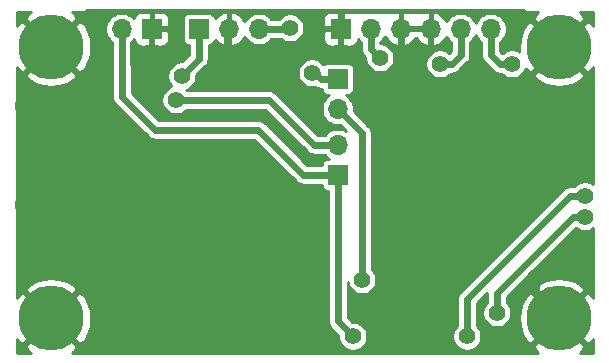
<source format=gbr>
G04 #@! TF.GenerationSoftware,KiCad,Pcbnew,(5.1.5)-2*
G04 #@! TF.CreationDate,2020-10-14T11:31:30+02:00*
G04 #@! TF.ProjectId,XLR_Driver,584c525f-4472-4697-9665-722e6b696361,rev?*
G04 #@! TF.SameCoordinates,Original*
G04 #@! TF.FileFunction,Copper,L2,Bot*
G04 #@! TF.FilePolarity,Positive*
%FSLAX46Y46*%
G04 Gerber Fmt 4.6, Leading zero omitted, Abs format (unit mm)*
G04 Created by KiCad (PCBNEW (5.1.5)-2) date 2020-10-14 11:31:30*
%MOMM*%
%LPD*%
G04 APERTURE LIST*
%ADD10R,1.700000X1.700000*%
%ADD11O,1.700000X1.700000*%
%ADD12C,5.500000*%
%ADD13C,1.400000*%
%ADD14C,0.600000*%
%ADD15C,0.400000*%
%ADD16C,0.250000*%
G04 APERTURE END LIST*
D10*
X127762000Y-54356000D03*
D11*
X127762000Y-51816000D03*
X127762000Y-48768000D03*
D10*
X127762000Y-46228000D03*
X116000000Y-42000000D03*
D11*
X118540000Y-42000000D03*
X121080000Y-42000000D03*
D10*
X128000000Y-42000000D03*
D11*
X130540000Y-42000000D03*
X133080000Y-42000000D03*
X135620000Y-42000000D03*
X138160000Y-42000000D03*
X140700000Y-42000000D03*
D10*
X112000000Y-42000000D03*
D11*
X109460000Y-42000000D03*
D12*
X103500000Y-43500000D03*
X103500000Y-66500000D03*
X146500000Y-43500000D03*
X146500000Y-66500000D03*
D13*
X114046000Y-48006000D03*
X113284000Y-53848000D03*
X101092000Y-48514000D03*
X107696000Y-68072000D03*
X118364000Y-45720000D03*
X139446000Y-45212000D03*
X131318000Y-54356000D03*
X147574000Y-50546000D03*
X144526000Y-62992000D03*
X137160000Y-63246000D03*
X101092000Y-56896000D03*
X118618000Y-62203949D03*
X125600000Y-45720000D03*
X148700000Y-56108600D03*
X138684000Y-68024980D03*
X129032000Y-68024980D03*
X148700000Y-57886600D03*
X129794000Y-63246000D03*
X141224000Y-66040004D03*
X142494000Y-44958000D03*
X136398000Y-44958000D03*
X114554000Y-45974000D03*
X123698000Y-41910000D03*
X131318000Y-44450000D03*
D14*
X125730000Y-51816000D02*
X127762000Y-51816000D01*
X114046000Y-48006000D02*
X121920000Y-48006000D01*
X121920000Y-48006000D02*
X125730000Y-51816000D01*
D15*
X143475010Y-40475010D02*
X146500000Y-43500000D01*
X103500000Y-43500000D02*
X106524990Y-40475010D01*
X112000000Y-40489010D02*
X112014000Y-40475010D01*
X112000000Y-42000000D02*
X112000000Y-40489010D01*
X106524990Y-40475010D02*
X112014000Y-40475010D01*
X112014000Y-40475010D02*
X118618000Y-40475010D01*
X135620000Y-40491010D02*
X135636000Y-40475010D01*
X135620000Y-42000000D02*
X135620000Y-40491010D01*
X135636000Y-40475010D02*
X143475010Y-40475010D01*
X133080000Y-40491010D02*
X133096000Y-40475010D01*
X133080000Y-42000000D02*
X133080000Y-40491010D01*
X118618000Y-40475010D02*
X133096000Y-40475010D01*
X133096000Y-40475010D02*
X135636000Y-40475010D01*
X118540000Y-40475010D02*
X118618000Y-40475010D01*
X118540000Y-42000000D02*
X118540000Y-40475010D01*
X103500000Y-66500000D02*
X106249999Y-69249999D01*
D14*
X107696000Y-68072000D02*
X107696000Y-69249999D01*
D15*
X106249999Y-69249999D02*
X107696000Y-69249999D01*
D14*
X118364000Y-42176000D02*
X118540000Y-42000000D01*
X118364000Y-45720000D02*
X118364000Y-42176000D01*
X128000000Y-42000000D02*
X128000000Y-40575010D01*
X133080000Y-52594000D02*
X133080000Y-47498000D01*
X131318000Y-54356000D02*
X133080000Y-52594000D01*
X138911949Y-46736000D02*
X133080000Y-46736000D01*
X139446000Y-45212000D02*
X139446000Y-46201949D01*
X133080000Y-47498000D02*
X133080000Y-46736000D01*
X133080000Y-46736000D02*
X133080000Y-42000000D01*
X147574000Y-50546000D02*
X143764000Y-46736000D01*
X139446000Y-46201949D02*
X139446000Y-46736000D01*
X143764000Y-46736000D02*
X139446000Y-46736000D01*
X139446000Y-46736000D02*
X138911949Y-46736000D01*
X144526000Y-64526000D02*
X146500000Y-66500000D01*
X144526000Y-62992000D02*
X144526000Y-64526000D01*
X137160000Y-63246000D02*
X137160000Y-69249999D01*
D15*
X101092000Y-64092000D02*
X101092000Y-56896000D01*
X103500000Y-66500000D02*
X101092000Y-64092000D01*
X101092000Y-45908000D02*
X101092000Y-56896000D01*
X103500000Y-43500000D02*
X101092000Y-45908000D01*
X137085009Y-69324990D02*
X137160000Y-69249999D01*
X107770991Y-69324990D02*
X137085009Y-69324990D01*
X107696000Y-69249999D02*
X107770991Y-69324990D01*
X137234991Y-69324990D02*
X143675010Y-69324990D01*
X137160000Y-69249999D02*
X137234991Y-69324990D01*
X143675010Y-69324990D02*
X146500000Y-66500000D01*
D14*
X126312000Y-46228000D02*
X125983992Y-45899992D01*
X125983992Y-45899992D02*
X125983992Y-45720000D01*
X127762000Y-46228000D02*
X126312000Y-46228000D01*
X109460000Y-45196002D02*
X109474000Y-45210002D01*
X109460000Y-42000000D02*
X109460000Y-45196002D01*
X109474000Y-45210002D02*
X109474000Y-47752000D01*
X109474000Y-47752000D02*
X112268000Y-50546000D01*
X116078000Y-50546000D02*
X121031000Y-50546000D01*
X116078000Y-50546000D02*
X116586000Y-50546000D01*
X112268000Y-50546000D02*
X116078000Y-50546000D01*
X124841000Y-54356000D02*
X127762000Y-54356000D01*
X121031000Y-50546000D02*
X124841000Y-54356000D01*
X138684000Y-64877998D02*
X138684000Y-67035031D01*
X147453398Y-56108600D02*
X138684000Y-64877998D01*
X138684000Y-67035031D02*
X138684000Y-68024980D01*
X148700000Y-56108600D02*
X147453398Y-56108600D01*
X128332001Y-67324981D02*
X129032000Y-68024980D01*
X127762000Y-66754980D02*
X128332001Y-67324981D01*
X127762000Y-54356000D02*
X127762000Y-66754980D01*
X129794000Y-50800000D02*
X129794000Y-63246000D01*
X127762000Y-48768000D02*
X129794000Y-50800000D01*
X141224000Y-65050055D02*
X141224000Y-66040004D01*
X141224000Y-64372651D02*
X141224000Y-65050055D01*
X147710051Y-57886600D02*
X141224000Y-64372651D01*
X148700000Y-57886600D02*
X147710051Y-57886600D01*
X141478000Y-44958000D02*
X142494000Y-44958000D01*
X140700000Y-44180000D02*
X141478000Y-44958000D01*
X140700000Y-44180000D02*
X140700000Y-42000000D01*
X137414000Y-44958000D02*
X136398000Y-44958000D01*
X138160000Y-44212000D02*
X137414000Y-44958000D01*
X138160000Y-44212000D02*
X138160000Y-42000000D01*
X116000000Y-42000000D02*
X116000000Y-44528000D01*
X116000000Y-44528000D02*
X114554000Y-45974000D01*
X121080000Y-42000000D02*
X123608000Y-42000000D01*
X123608000Y-42000000D02*
X123698000Y-41910000D01*
X130540000Y-42000000D02*
X130540000Y-43672000D01*
X130540000Y-43672000D02*
X131318000Y-44450000D01*
D16*
G36*
X101615125Y-40671052D02*
G01*
X101607704Y-40676010D01*
X101301215Y-41118782D01*
X103500000Y-43317566D01*
X105698785Y-41118782D01*
X105392296Y-40676010D01*
X105250539Y-40600000D01*
X110836159Y-40600000D01*
X110796622Y-40621133D01*
X110700236Y-40700236D01*
X110621133Y-40796622D01*
X110562354Y-40906589D01*
X110526159Y-41025910D01*
X110517578Y-41113035D01*
X110336511Y-40931968D01*
X110111307Y-40781491D01*
X109861073Y-40677841D01*
X109595426Y-40625000D01*
X109324574Y-40625000D01*
X109058927Y-40677841D01*
X108808693Y-40781491D01*
X108583489Y-40931968D01*
X108391968Y-41123489D01*
X108241491Y-41348693D01*
X108137841Y-41598927D01*
X108085000Y-41864574D01*
X108085000Y-42135426D01*
X108137841Y-42401073D01*
X108241491Y-42651307D01*
X108391968Y-42876511D01*
X108583489Y-43068032D01*
X108635000Y-43102451D01*
X108635001Y-45155479D01*
X108631010Y-45196002D01*
X108646938Y-45357730D01*
X108649000Y-45364528D01*
X108649001Y-47711477D01*
X108645010Y-47752000D01*
X108660938Y-47913728D01*
X108687750Y-48002113D01*
X108708113Y-48069241D01*
X108784720Y-48212563D01*
X108887816Y-48338185D01*
X108919291Y-48364016D01*
X111655984Y-51100710D01*
X111681815Y-51132185D01*
X111807437Y-51235281D01*
X111900836Y-51285203D01*
X111950758Y-51311888D01*
X112094322Y-51355437D01*
X112106272Y-51359062D01*
X112227479Y-51371000D01*
X112227487Y-51371000D01*
X112268000Y-51374990D01*
X112308513Y-51371000D01*
X120689275Y-51371000D01*
X124228984Y-54910710D01*
X124254815Y-54942185D01*
X124380437Y-55045281D01*
X124473836Y-55095203D01*
X124523758Y-55121888D01*
X124679272Y-55169062D01*
X124841000Y-55184991D01*
X124881521Y-55181000D01*
X126384460Y-55181000D01*
X126384460Y-55206000D01*
X126394597Y-55308918D01*
X126424617Y-55407881D01*
X126473367Y-55499086D01*
X126538973Y-55579027D01*
X126618914Y-55644633D01*
X126710119Y-55693383D01*
X126809082Y-55723403D01*
X126912000Y-55733540D01*
X126937000Y-55733540D01*
X126937001Y-66714457D01*
X126933010Y-66754980D01*
X126948938Y-66916708D01*
X126976553Y-67007740D01*
X126996113Y-67072221D01*
X127072720Y-67215543D01*
X127175816Y-67341165D01*
X127207291Y-67366996D01*
X127777290Y-67936996D01*
X127777295Y-67937000D01*
X127807000Y-67966705D01*
X127807000Y-68145632D01*
X127854076Y-68382299D01*
X127946419Y-68605235D01*
X128080481Y-68805872D01*
X128251108Y-68976499D01*
X128451745Y-69110561D01*
X128674681Y-69202904D01*
X128911348Y-69249980D01*
X129152652Y-69249980D01*
X129389319Y-69202904D01*
X129612255Y-69110561D01*
X129812892Y-68976499D01*
X129983519Y-68805872D01*
X130117581Y-68605235D01*
X130209924Y-68382299D01*
X130257000Y-68145632D01*
X130257000Y-67904328D01*
X130209924Y-67667661D01*
X130117581Y-67444725D01*
X129983519Y-67244088D01*
X129812892Y-67073461D01*
X129612255Y-66939399D01*
X129389319Y-66847056D01*
X129152652Y-66799980D01*
X128973725Y-66799980D01*
X128944020Y-66770275D01*
X128944016Y-66770270D01*
X128587000Y-66413255D01*
X128587000Y-63457144D01*
X128616076Y-63603319D01*
X128708419Y-63826255D01*
X128842481Y-64026892D01*
X129013108Y-64197519D01*
X129213745Y-64331581D01*
X129436681Y-64423924D01*
X129673348Y-64471000D01*
X129914652Y-64471000D01*
X130151319Y-64423924D01*
X130374255Y-64331581D01*
X130574892Y-64197519D01*
X130745519Y-64026892D01*
X130879581Y-63826255D01*
X130971924Y-63603319D01*
X131019000Y-63366652D01*
X131019000Y-63125348D01*
X130971924Y-62888681D01*
X130879581Y-62665745D01*
X130745519Y-62465108D01*
X130619000Y-62338589D01*
X130619000Y-50840513D01*
X130622990Y-50800000D01*
X130619000Y-50759487D01*
X130619000Y-50759479D01*
X130607062Y-50638272D01*
X130559888Y-50482759D01*
X130483281Y-50339437D01*
X130380185Y-50213815D01*
X130348711Y-50187985D01*
X129124914Y-48964188D01*
X129137000Y-48903426D01*
X129137000Y-48632574D01*
X129084159Y-48366927D01*
X128980509Y-48116693D01*
X128830032Y-47891489D01*
X128638511Y-47699968D01*
X128497190Y-47605540D01*
X128612000Y-47605540D01*
X128714918Y-47595403D01*
X128813881Y-47565383D01*
X128905086Y-47516633D01*
X128985027Y-47451027D01*
X129050633Y-47371086D01*
X129099383Y-47279881D01*
X129129403Y-47180918D01*
X129139540Y-47078000D01*
X129139540Y-45378000D01*
X129129403Y-45275082D01*
X129099383Y-45176119D01*
X129050633Y-45084914D01*
X128985027Y-45004973D01*
X128905086Y-44939367D01*
X128813881Y-44890617D01*
X128714918Y-44860597D01*
X128612000Y-44850460D01*
X126912000Y-44850460D01*
X126809082Y-44860597D01*
X126710119Y-44890617D01*
X126618914Y-44939367D01*
X126575499Y-44974997D01*
X126551519Y-44939108D01*
X126380892Y-44768481D01*
X126180255Y-44634419D01*
X125957319Y-44542076D01*
X125720652Y-44495000D01*
X125479348Y-44495000D01*
X125242681Y-44542076D01*
X125019745Y-44634419D01*
X124819108Y-44768481D01*
X124648481Y-44939108D01*
X124514419Y-45139745D01*
X124422076Y-45362681D01*
X124375000Y-45599348D01*
X124375000Y-45840652D01*
X124422076Y-46077319D01*
X124514419Y-46300255D01*
X124648481Y-46500892D01*
X124819108Y-46671519D01*
X125019745Y-46805581D01*
X125242681Y-46897924D01*
X125479348Y-46945000D01*
X125720652Y-46945000D01*
X125853761Y-46918523D01*
X125994759Y-46993888D01*
X126103097Y-47026752D01*
X126150271Y-47041062D01*
X126165870Y-47042598D01*
X126271479Y-47053000D01*
X126271486Y-47053000D01*
X126311999Y-47056990D01*
X126352512Y-47053000D01*
X126384460Y-47053000D01*
X126384460Y-47078000D01*
X126394597Y-47180918D01*
X126424617Y-47279881D01*
X126473367Y-47371086D01*
X126538973Y-47451027D01*
X126618914Y-47516633D01*
X126710119Y-47565383D01*
X126809082Y-47595403D01*
X126912000Y-47605540D01*
X127026810Y-47605540D01*
X126885489Y-47699968D01*
X126693968Y-47891489D01*
X126543491Y-48116693D01*
X126439841Y-48366927D01*
X126387000Y-48632574D01*
X126387000Y-48903426D01*
X126439841Y-49169073D01*
X126543491Y-49419307D01*
X126693968Y-49644511D01*
X126885489Y-49836032D01*
X127110693Y-49986509D01*
X127360927Y-50090159D01*
X127626574Y-50143000D01*
X127897426Y-50143000D01*
X127958188Y-50130914D01*
X128447839Y-50620565D01*
X128413307Y-50597491D01*
X128163073Y-50493841D01*
X127897426Y-50441000D01*
X127626574Y-50441000D01*
X127360927Y-50493841D01*
X127110693Y-50597491D01*
X126885489Y-50747968D01*
X126693968Y-50939489D01*
X126659549Y-50991000D01*
X126071726Y-50991000D01*
X122532021Y-47451296D01*
X122506185Y-47419815D01*
X122380563Y-47316719D01*
X122237241Y-47240112D01*
X122081728Y-47192938D01*
X121960521Y-47181000D01*
X121960513Y-47181000D01*
X121920000Y-47177010D01*
X121879487Y-47181000D01*
X114953411Y-47181000D01*
X114920523Y-47148112D01*
X115134255Y-47059581D01*
X115334892Y-46925519D01*
X115505519Y-46754892D01*
X115639581Y-46554255D01*
X115731924Y-46331319D01*
X115779000Y-46094652D01*
X115779000Y-45915725D01*
X116554710Y-45140016D01*
X116586185Y-45114185D01*
X116689281Y-44988563D01*
X116765888Y-44845241D01*
X116813062Y-44689728D01*
X116825000Y-44568521D01*
X116825000Y-44568513D01*
X116828990Y-44528000D01*
X116825000Y-44487487D01*
X116825000Y-43377540D01*
X116850000Y-43377540D01*
X116952918Y-43367403D01*
X117051881Y-43337383D01*
X117143086Y-43288633D01*
X117223027Y-43223027D01*
X117288633Y-43143086D01*
X117337383Y-43051881D01*
X117367403Y-42952918D01*
X117371776Y-42908525D01*
X117542689Y-43097577D01*
X117775979Y-43271053D01*
X118038630Y-43395683D01*
X118181475Y-43439010D01*
X118411000Y-43318454D01*
X118411000Y-42129000D01*
X118391000Y-42129000D01*
X118391000Y-41871000D01*
X118411000Y-41871000D01*
X118411000Y-41851000D01*
X118669000Y-41851000D01*
X118669000Y-41871000D01*
X118689000Y-41871000D01*
X118689000Y-42129000D01*
X118669000Y-42129000D01*
X118669000Y-43318454D01*
X118898525Y-43439010D01*
X119041370Y-43395683D01*
X119304021Y-43271053D01*
X119537311Y-43097577D01*
X119732275Y-42881922D01*
X119866038Y-42658112D01*
X120011968Y-42876511D01*
X120203489Y-43068032D01*
X120428693Y-43218509D01*
X120678927Y-43322159D01*
X120944574Y-43375000D01*
X121215426Y-43375000D01*
X121481073Y-43322159D01*
X121731307Y-43218509D01*
X121956511Y-43068032D01*
X122148032Y-42876511D01*
X122182451Y-42825000D01*
X122880589Y-42825000D01*
X122917108Y-42861519D01*
X123117745Y-42995581D01*
X123340681Y-43087924D01*
X123577348Y-43135000D01*
X123818652Y-43135000D01*
X124055319Y-43087924D01*
X124278255Y-42995581D01*
X124478892Y-42861519D01*
X124490411Y-42850000D01*
X126513937Y-42850000D01*
X126526159Y-42974090D01*
X126562354Y-43093411D01*
X126621133Y-43203378D01*
X126700236Y-43299764D01*
X126796622Y-43378867D01*
X126906589Y-43437646D01*
X127025910Y-43473841D01*
X127150000Y-43486063D01*
X127712750Y-43483000D01*
X127871000Y-43324750D01*
X127871000Y-42129000D01*
X126675250Y-42129000D01*
X126517000Y-42287250D01*
X126513937Y-42850000D01*
X124490411Y-42850000D01*
X124649519Y-42690892D01*
X124783581Y-42490255D01*
X124875924Y-42267319D01*
X124923000Y-42030652D01*
X124923000Y-41789348D01*
X124875924Y-41552681D01*
X124783581Y-41329745D01*
X124649519Y-41129108D01*
X124478892Y-40958481D01*
X124278255Y-40824419D01*
X124055319Y-40732076D01*
X123818652Y-40685000D01*
X123577348Y-40685000D01*
X123340681Y-40732076D01*
X123117745Y-40824419D01*
X122917108Y-40958481D01*
X122746481Y-41129108D01*
X122715817Y-41175000D01*
X122182451Y-41175000D01*
X122148032Y-41123489D01*
X121956511Y-40931968D01*
X121731307Y-40781491D01*
X121481073Y-40677841D01*
X121215426Y-40625000D01*
X120944574Y-40625000D01*
X120678927Y-40677841D01*
X120428693Y-40781491D01*
X120203489Y-40931968D01*
X120011968Y-41123489D01*
X119866038Y-41341888D01*
X119732275Y-41118078D01*
X119537311Y-40902423D01*
X119304021Y-40728947D01*
X119041370Y-40604317D01*
X119027137Y-40600000D01*
X126836159Y-40600000D01*
X126796622Y-40621133D01*
X126700236Y-40700236D01*
X126621133Y-40796622D01*
X126562354Y-40906589D01*
X126526159Y-41025910D01*
X126513937Y-41150000D01*
X126517000Y-41712750D01*
X126675250Y-41871000D01*
X127871000Y-41871000D01*
X127871000Y-41851000D01*
X128129000Y-41851000D01*
X128129000Y-41871000D01*
X128149000Y-41871000D01*
X128149000Y-42129000D01*
X128129000Y-42129000D01*
X128129000Y-43324750D01*
X128287250Y-43483000D01*
X128850000Y-43486063D01*
X128974090Y-43473841D01*
X129093411Y-43437646D01*
X129203378Y-43378867D01*
X129299764Y-43299764D01*
X129378867Y-43203378D01*
X129437646Y-43093411D01*
X129473841Y-42974090D01*
X129482422Y-42886965D01*
X129663489Y-43068032D01*
X129715001Y-43102451D01*
X129715001Y-43631477D01*
X129711010Y-43672000D01*
X129726938Y-43833728D01*
X129774113Y-43989241D01*
X129850720Y-44132563D01*
X129953816Y-44258185D01*
X129985291Y-44284016D01*
X130093000Y-44391725D01*
X130093000Y-44570652D01*
X130140076Y-44807319D01*
X130232419Y-45030255D01*
X130366481Y-45230892D01*
X130537108Y-45401519D01*
X130737745Y-45535581D01*
X130960681Y-45627924D01*
X131197348Y-45675000D01*
X131438652Y-45675000D01*
X131675319Y-45627924D01*
X131898255Y-45535581D01*
X132098892Y-45401519D01*
X132269519Y-45230892D01*
X132403581Y-45030255D01*
X132495924Y-44807319D01*
X132543000Y-44570652D01*
X132543000Y-44329348D01*
X132495924Y-44092681D01*
X132403581Y-43869745D01*
X132269519Y-43669108D01*
X132098892Y-43498481D01*
X131898255Y-43364419D01*
X131675319Y-43272076D01*
X131438652Y-43225000D01*
X131365000Y-43225000D01*
X131365000Y-43102451D01*
X131416511Y-43068032D01*
X131608032Y-42876511D01*
X131753962Y-42658112D01*
X131887725Y-42881922D01*
X132082689Y-43097577D01*
X132315979Y-43271053D01*
X132578630Y-43395683D01*
X132721475Y-43439010D01*
X132951000Y-43318454D01*
X132951000Y-42129000D01*
X133209000Y-42129000D01*
X133209000Y-43318454D01*
X133438525Y-43439010D01*
X133581370Y-43395683D01*
X133844021Y-43271053D01*
X134077311Y-43097577D01*
X134272275Y-42881922D01*
X134350000Y-42751874D01*
X134427725Y-42881922D01*
X134622689Y-43097577D01*
X134855979Y-43271053D01*
X135118630Y-43395683D01*
X135261475Y-43439010D01*
X135491000Y-43318454D01*
X135491000Y-42129000D01*
X133209000Y-42129000D01*
X132951000Y-42129000D01*
X132931000Y-42129000D01*
X132931000Y-41871000D01*
X132951000Y-41871000D01*
X132951000Y-41851000D01*
X133209000Y-41851000D01*
X133209000Y-41871000D01*
X135491000Y-41871000D01*
X135491000Y-41851000D01*
X135749000Y-41851000D01*
X135749000Y-41871000D01*
X135769000Y-41871000D01*
X135769000Y-42129000D01*
X135749000Y-42129000D01*
X135749000Y-43318454D01*
X135978525Y-43439010D01*
X136121370Y-43395683D01*
X136384021Y-43271053D01*
X136617311Y-43097577D01*
X136812275Y-42881922D01*
X136946038Y-42658112D01*
X137091968Y-42876511D01*
X137283489Y-43068032D01*
X137335001Y-43102451D01*
X137335000Y-43870274D01*
X137188843Y-44016432D01*
X137178892Y-44006481D01*
X136978255Y-43872419D01*
X136755319Y-43780076D01*
X136518652Y-43733000D01*
X136277348Y-43733000D01*
X136040681Y-43780076D01*
X135817745Y-43872419D01*
X135617108Y-44006481D01*
X135446481Y-44177108D01*
X135312419Y-44377745D01*
X135220076Y-44600681D01*
X135173000Y-44837348D01*
X135173000Y-45078652D01*
X135220076Y-45315319D01*
X135312419Y-45538255D01*
X135446481Y-45738892D01*
X135617108Y-45909519D01*
X135817745Y-46043581D01*
X136040681Y-46135924D01*
X136277348Y-46183000D01*
X136518652Y-46183000D01*
X136755319Y-46135924D01*
X136978255Y-46043581D01*
X137178892Y-45909519D01*
X137305411Y-45783000D01*
X137373487Y-45783000D01*
X137414000Y-45786990D01*
X137454513Y-45783000D01*
X137454521Y-45783000D01*
X137575728Y-45771062D01*
X137731241Y-45723888D01*
X137874563Y-45647281D01*
X138000185Y-45544185D01*
X138026020Y-45512705D01*
X138714711Y-44824015D01*
X138746185Y-44798185D01*
X138849281Y-44672563D01*
X138925888Y-44529241D01*
X138970853Y-44381011D01*
X138973062Y-44373729D01*
X138977433Y-44329348D01*
X138985000Y-44252521D01*
X138985000Y-44252514D01*
X138988990Y-44212001D01*
X138985000Y-44171488D01*
X138985000Y-43102451D01*
X139036511Y-43068032D01*
X139228032Y-42876511D01*
X139378509Y-42651307D01*
X139430000Y-42526996D01*
X139481491Y-42651307D01*
X139631968Y-42876511D01*
X139823489Y-43068032D01*
X139875000Y-43102451D01*
X139875000Y-44139486D01*
X139871010Y-44180000D01*
X139875000Y-44220513D01*
X139875000Y-44220520D01*
X139881673Y-44288271D01*
X139886938Y-44341728D01*
X139894608Y-44367012D01*
X139934112Y-44497240D01*
X140010719Y-44640562D01*
X140113815Y-44766185D01*
X140145295Y-44792020D01*
X140865983Y-45512709D01*
X140891815Y-45544185D01*
X141017437Y-45647281D01*
X141160759Y-45723888D01*
X141249187Y-45750712D01*
X141316271Y-45771062D01*
X141331870Y-45772598D01*
X141437479Y-45783000D01*
X141437486Y-45783000D01*
X141477999Y-45786990D01*
X141518512Y-45783000D01*
X141586589Y-45783000D01*
X141713108Y-45909519D01*
X141913745Y-46043581D01*
X142136681Y-46135924D01*
X142373348Y-46183000D01*
X142614652Y-46183000D01*
X142851319Y-46135924D01*
X143074255Y-46043581D01*
X143274892Y-45909519D01*
X143303193Y-45881218D01*
X144301215Y-45881218D01*
X144607704Y-46323990D01*
X145194996Y-46638896D01*
X145832440Y-46833177D01*
X146495538Y-46899365D01*
X147158807Y-46834918D01*
X147796758Y-46642311D01*
X148384875Y-46328948D01*
X148392296Y-46323990D01*
X148698785Y-45881218D01*
X146500000Y-43682434D01*
X144301215Y-45881218D01*
X143303193Y-45881218D01*
X143445519Y-45738892D01*
X143579581Y-45538255D01*
X143655333Y-45355374D01*
X143671052Y-45384875D01*
X143676010Y-45392296D01*
X144118782Y-45698785D01*
X146317566Y-43500000D01*
X144118782Y-41301215D01*
X143676010Y-41607704D01*
X143361104Y-42194996D01*
X143166823Y-42832440D01*
X143100635Y-43495538D01*
X143141629Y-43917437D01*
X143074255Y-43872419D01*
X142851319Y-43780076D01*
X142614652Y-43733000D01*
X142373348Y-43733000D01*
X142136681Y-43780076D01*
X141913745Y-43872419D01*
X141713108Y-44006481D01*
X141703157Y-44016432D01*
X141525000Y-43838275D01*
X141525000Y-43102451D01*
X141576511Y-43068032D01*
X141768032Y-42876511D01*
X141918509Y-42651307D01*
X142022159Y-42401073D01*
X142075000Y-42135426D01*
X142075000Y-41864574D01*
X142022159Y-41598927D01*
X141918509Y-41348693D01*
X141768032Y-41123489D01*
X141576511Y-40931968D01*
X141351307Y-40781491D01*
X141101073Y-40677841D01*
X140835426Y-40625000D01*
X140564574Y-40625000D01*
X140298927Y-40677841D01*
X140048693Y-40781491D01*
X139823489Y-40931968D01*
X139631968Y-41123489D01*
X139481491Y-41348693D01*
X139430000Y-41473004D01*
X139378509Y-41348693D01*
X139228032Y-41123489D01*
X139036511Y-40931968D01*
X138811307Y-40781491D01*
X138561073Y-40677841D01*
X138295426Y-40625000D01*
X138024574Y-40625000D01*
X137758927Y-40677841D01*
X137508693Y-40781491D01*
X137283489Y-40931968D01*
X137091968Y-41123489D01*
X136946038Y-41341888D01*
X136812275Y-41118078D01*
X136617311Y-40902423D01*
X136384021Y-40728947D01*
X136121370Y-40604317D01*
X136107137Y-40600000D01*
X144748475Y-40600000D01*
X144615125Y-40671052D01*
X144607704Y-40676010D01*
X144301215Y-41118782D01*
X146500000Y-43317566D01*
X148698785Y-41118782D01*
X148392296Y-40676010D01*
X148250539Y-40600000D01*
X149400000Y-40600000D01*
X149400000Y-41748475D01*
X149328948Y-41615125D01*
X149323990Y-41607704D01*
X148881218Y-41301215D01*
X146682434Y-43500000D01*
X148881218Y-45698785D01*
X149323990Y-45392296D01*
X149400000Y-45250539D01*
X149400001Y-55103031D01*
X149280255Y-55023019D01*
X149057319Y-54930676D01*
X148820652Y-54883600D01*
X148579348Y-54883600D01*
X148342681Y-54930676D01*
X148119745Y-55023019D01*
X147919108Y-55157081D01*
X147792589Y-55283600D01*
X147493919Y-55283600D01*
X147453398Y-55279609D01*
X147291670Y-55295538D01*
X147136156Y-55342712D01*
X147086234Y-55369397D01*
X146992835Y-55419319D01*
X146940036Y-55462651D01*
X146898687Y-55496584D01*
X146898683Y-55496588D01*
X146867213Y-55522415D01*
X146841386Y-55553885D01*
X138129296Y-64265977D01*
X138097815Y-64291813D01*
X137994719Y-64417436D01*
X137918112Y-64560758D01*
X137870938Y-64716271D01*
X137859000Y-64837478D01*
X137859000Y-64837485D01*
X137855010Y-64877998D01*
X137859000Y-64918512D01*
X137859001Y-66994501D01*
X137859000Y-66994511D01*
X137859000Y-67117569D01*
X137732481Y-67244088D01*
X137598419Y-67444725D01*
X137506076Y-67667661D01*
X137459000Y-67904328D01*
X137459000Y-68145632D01*
X137506076Y-68382299D01*
X137598419Y-68605235D01*
X137732481Y-68805872D01*
X137903108Y-68976499D01*
X138103745Y-69110561D01*
X138326681Y-69202904D01*
X138563348Y-69249980D01*
X138804652Y-69249980D01*
X139041319Y-69202904D01*
X139264255Y-69110561D01*
X139464892Y-68976499D01*
X139635519Y-68805872D01*
X139769581Y-68605235D01*
X139861924Y-68382299D01*
X139909000Y-68145632D01*
X139909000Y-67904328D01*
X139861924Y-67667661D01*
X139769581Y-67444725D01*
X139635519Y-67244088D01*
X139509000Y-67117569D01*
X139509000Y-65219723D01*
X140399263Y-64329460D01*
X140399000Y-64332131D01*
X140399000Y-64332138D01*
X140395010Y-64372651D01*
X140399000Y-64413164D01*
X140399000Y-65132593D01*
X140272481Y-65259112D01*
X140138419Y-65459749D01*
X140046076Y-65682685D01*
X139999000Y-65919352D01*
X139999000Y-66160656D01*
X140046076Y-66397323D01*
X140138419Y-66620259D01*
X140272481Y-66820896D01*
X140443108Y-66991523D01*
X140643745Y-67125585D01*
X140866681Y-67217928D01*
X141103348Y-67265004D01*
X141344652Y-67265004D01*
X141581319Y-67217928D01*
X141804255Y-67125585D01*
X142004892Y-66991523D01*
X142175519Y-66820896D01*
X142309581Y-66620259D01*
X142361242Y-66495538D01*
X143100635Y-66495538D01*
X143165082Y-67158807D01*
X143357689Y-67796758D01*
X143671052Y-68384875D01*
X143676010Y-68392296D01*
X144118782Y-68698785D01*
X146317566Y-66500000D01*
X144118782Y-64301215D01*
X143676010Y-64607704D01*
X143361104Y-65194996D01*
X143166823Y-65832440D01*
X143100635Y-66495538D01*
X142361242Y-66495538D01*
X142401924Y-66397323D01*
X142449000Y-66160656D01*
X142449000Y-65919352D01*
X142401924Y-65682685D01*
X142309581Y-65459749D01*
X142175519Y-65259112D01*
X142049000Y-65132593D01*
X142049000Y-64714376D01*
X142644594Y-64118782D01*
X144301215Y-64118782D01*
X146500000Y-66317566D01*
X148698785Y-64118782D01*
X148392296Y-63676010D01*
X147805004Y-63361104D01*
X147167560Y-63166823D01*
X146504462Y-63100635D01*
X145841193Y-63165082D01*
X145203242Y-63357689D01*
X144615125Y-63671052D01*
X144607704Y-63676010D01*
X144301215Y-64118782D01*
X142644594Y-64118782D01*
X147922795Y-58840582D01*
X148119745Y-58972181D01*
X148342681Y-59064524D01*
X148579348Y-59111600D01*
X148820652Y-59111600D01*
X149057319Y-59064524D01*
X149280255Y-58972181D01*
X149400001Y-58892169D01*
X149400001Y-64748476D01*
X149328948Y-64615125D01*
X149323990Y-64607704D01*
X148881218Y-64301215D01*
X146682434Y-66500000D01*
X148881218Y-68698785D01*
X149323990Y-68392296D01*
X149400001Y-68250537D01*
X149400001Y-69400000D01*
X148251525Y-69400000D01*
X148384875Y-69328948D01*
X148392296Y-69323990D01*
X148698785Y-68881218D01*
X146500000Y-66682434D01*
X144301215Y-68881218D01*
X144607704Y-69323990D01*
X144749461Y-69400000D01*
X105251525Y-69400000D01*
X105384875Y-69328948D01*
X105392296Y-69323990D01*
X105698785Y-68881218D01*
X103500000Y-66682434D01*
X101301215Y-68881218D01*
X101607704Y-69323990D01*
X101749461Y-69400000D01*
X100600000Y-69400000D01*
X100600000Y-68251525D01*
X100671052Y-68384875D01*
X100676010Y-68392296D01*
X101118782Y-68698785D01*
X103317566Y-66500000D01*
X103682434Y-66500000D01*
X105881218Y-68698785D01*
X106323990Y-68392296D01*
X106638896Y-67805004D01*
X106833177Y-67167560D01*
X106899365Y-66504462D01*
X106834918Y-65841193D01*
X106642311Y-65203242D01*
X106328948Y-64615125D01*
X106323990Y-64607704D01*
X105881218Y-64301215D01*
X103682434Y-66500000D01*
X103317566Y-66500000D01*
X101118782Y-64301215D01*
X100676010Y-64607704D01*
X100600000Y-64749461D01*
X100600000Y-64118782D01*
X101301215Y-64118782D01*
X103500000Y-66317566D01*
X105698785Y-64118782D01*
X105392296Y-63676010D01*
X104805004Y-63361104D01*
X104167560Y-63166823D01*
X103504462Y-63100635D01*
X102841193Y-63165082D01*
X102203242Y-63357689D01*
X101615125Y-63671052D01*
X101607704Y-63676010D01*
X101301215Y-64118782D01*
X100600000Y-64118782D01*
X100600000Y-45881218D01*
X101301215Y-45881218D01*
X101607704Y-46323990D01*
X102194996Y-46638896D01*
X102832440Y-46833177D01*
X103495538Y-46899365D01*
X104158807Y-46834918D01*
X104796758Y-46642311D01*
X105384875Y-46328948D01*
X105392296Y-46323990D01*
X105698785Y-45881218D01*
X103500000Y-43682434D01*
X101301215Y-45881218D01*
X100600000Y-45881218D01*
X100600000Y-45251525D01*
X100671052Y-45384875D01*
X100676010Y-45392296D01*
X101118782Y-45698785D01*
X103317566Y-43500000D01*
X103682434Y-43500000D01*
X105881218Y-45698785D01*
X106323990Y-45392296D01*
X106638896Y-44805004D01*
X106833177Y-44167560D01*
X106899365Y-43504462D01*
X106834918Y-42841193D01*
X106642311Y-42203242D01*
X106328948Y-41615125D01*
X106323990Y-41607704D01*
X105881218Y-41301215D01*
X103682434Y-43500000D01*
X103317566Y-43500000D01*
X101118782Y-41301215D01*
X100676010Y-41607704D01*
X100600000Y-41749461D01*
X100600000Y-40600000D01*
X101748475Y-40600000D01*
X101615125Y-40671052D01*
G37*
X101615125Y-40671052D02*
X101607704Y-40676010D01*
X101301215Y-41118782D01*
X103500000Y-43317566D01*
X105698785Y-41118782D01*
X105392296Y-40676010D01*
X105250539Y-40600000D01*
X110836159Y-40600000D01*
X110796622Y-40621133D01*
X110700236Y-40700236D01*
X110621133Y-40796622D01*
X110562354Y-40906589D01*
X110526159Y-41025910D01*
X110517578Y-41113035D01*
X110336511Y-40931968D01*
X110111307Y-40781491D01*
X109861073Y-40677841D01*
X109595426Y-40625000D01*
X109324574Y-40625000D01*
X109058927Y-40677841D01*
X108808693Y-40781491D01*
X108583489Y-40931968D01*
X108391968Y-41123489D01*
X108241491Y-41348693D01*
X108137841Y-41598927D01*
X108085000Y-41864574D01*
X108085000Y-42135426D01*
X108137841Y-42401073D01*
X108241491Y-42651307D01*
X108391968Y-42876511D01*
X108583489Y-43068032D01*
X108635000Y-43102451D01*
X108635001Y-45155479D01*
X108631010Y-45196002D01*
X108646938Y-45357730D01*
X108649000Y-45364528D01*
X108649001Y-47711477D01*
X108645010Y-47752000D01*
X108660938Y-47913728D01*
X108687750Y-48002113D01*
X108708113Y-48069241D01*
X108784720Y-48212563D01*
X108887816Y-48338185D01*
X108919291Y-48364016D01*
X111655984Y-51100710D01*
X111681815Y-51132185D01*
X111807437Y-51235281D01*
X111900836Y-51285203D01*
X111950758Y-51311888D01*
X112094322Y-51355437D01*
X112106272Y-51359062D01*
X112227479Y-51371000D01*
X112227487Y-51371000D01*
X112268000Y-51374990D01*
X112308513Y-51371000D01*
X120689275Y-51371000D01*
X124228984Y-54910710D01*
X124254815Y-54942185D01*
X124380437Y-55045281D01*
X124473836Y-55095203D01*
X124523758Y-55121888D01*
X124679272Y-55169062D01*
X124841000Y-55184991D01*
X124881521Y-55181000D01*
X126384460Y-55181000D01*
X126384460Y-55206000D01*
X126394597Y-55308918D01*
X126424617Y-55407881D01*
X126473367Y-55499086D01*
X126538973Y-55579027D01*
X126618914Y-55644633D01*
X126710119Y-55693383D01*
X126809082Y-55723403D01*
X126912000Y-55733540D01*
X126937000Y-55733540D01*
X126937001Y-66714457D01*
X126933010Y-66754980D01*
X126948938Y-66916708D01*
X126976553Y-67007740D01*
X126996113Y-67072221D01*
X127072720Y-67215543D01*
X127175816Y-67341165D01*
X127207291Y-67366996D01*
X127777290Y-67936996D01*
X127777295Y-67937000D01*
X127807000Y-67966705D01*
X127807000Y-68145632D01*
X127854076Y-68382299D01*
X127946419Y-68605235D01*
X128080481Y-68805872D01*
X128251108Y-68976499D01*
X128451745Y-69110561D01*
X128674681Y-69202904D01*
X128911348Y-69249980D01*
X129152652Y-69249980D01*
X129389319Y-69202904D01*
X129612255Y-69110561D01*
X129812892Y-68976499D01*
X129983519Y-68805872D01*
X130117581Y-68605235D01*
X130209924Y-68382299D01*
X130257000Y-68145632D01*
X130257000Y-67904328D01*
X130209924Y-67667661D01*
X130117581Y-67444725D01*
X129983519Y-67244088D01*
X129812892Y-67073461D01*
X129612255Y-66939399D01*
X129389319Y-66847056D01*
X129152652Y-66799980D01*
X128973725Y-66799980D01*
X128944020Y-66770275D01*
X128944016Y-66770270D01*
X128587000Y-66413255D01*
X128587000Y-63457144D01*
X128616076Y-63603319D01*
X128708419Y-63826255D01*
X128842481Y-64026892D01*
X129013108Y-64197519D01*
X129213745Y-64331581D01*
X129436681Y-64423924D01*
X129673348Y-64471000D01*
X129914652Y-64471000D01*
X130151319Y-64423924D01*
X130374255Y-64331581D01*
X130574892Y-64197519D01*
X130745519Y-64026892D01*
X130879581Y-63826255D01*
X130971924Y-63603319D01*
X131019000Y-63366652D01*
X131019000Y-63125348D01*
X130971924Y-62888681D01*
X130879581Y-62665745D01*
X130745519Y-62465108D01*
X130619000Y-62338589D01*
X130619000Y-50840513D01*
X130622990Y-50800000D01*
X130619000Y-50759487D01*
X130619000Y-50759479D01*
X130607062Y-50638272D01*
X130559888Y-50482759D01*
X130483281Y-50339437D01*
X130380185Y-50213815D01*
X130348711Y-50187985D01*
X129124914Y-48964188D01*
X129137000Y-48903426D01*
X129137000Y-48632574D01*
X129084159Y-48366927D01*
X128980509Y-48116693D01*
X128830032Y-47891489D01*
X128638511Y-47699968D01*
X128497190Y-47605540D01*
X128612000Y-47605540D01*
X128714918Y-47595403D01*
X128813881Y-47565383D01*
X128905086Y-47516633D01*
X128985027Y-47451027D01*
X129050633Y-47371086D01*
X129099383Y-47279881D01*
X129129403Y-47180918D01*
X129139540Y-47078000D01*
X129139540Y-45378000D01*
X129129403Y-45275082D01*
X129099383Y-45176119D01*
X129050633Y-45084914D01*
X128985027Y-45004973D01*
X128905086Y-44939367D01*
X128813881Y-44890617D01*
X128714918Y-44860597D01*
X128612000Y-44850460D01*
X126912000Y-44850460D01*
X126809082Y-44860597D01*
X126710119Y-44890617D01*
X126618914Y-44939367D01*
X126575499Y-44974997D01*
X126551519Y-44939108D01*
X126380892Y-44768481D01*
X126180255Y-44634419D01*
X125957319Y-44542076D01*
X125720652Y-44495000D01*
X125479348Y-44495000D01*
X125242681Y-44542076D01*
X125019745Y-44634419D01*
X124819108Y-44768481D01*
X124648481Y-44939108D01*
X124514419Y-45139745D01*
X124422076Y-45362681D01*
X124375000Y-45599348D01*
X124375000Y-45840652D01*
X124422076Y-46077319D01*
X124514419Y-46300255D01*
X124648481Y-46500892D01*
X124819108Y-46671519D01*
X125019745Y-46805581D01*
X125242681Y-46897924D01*
X125479348Y-46945000D01*
X125720652Y-46945000D01*
X125853761Y-46918523D01*
X125994759Y-46993888D01*
X126103097Y-47026752D01*
X126150271Y-47041062D01*
X126165870Y-47042598D01*
X126271479Y-47053000D01*
X126271486Y-47053000D01*
X126311999Y-47056990D01*
X126352512Y-47053000D01*
X126384460Y-47053000D01*
X126384460Y-47078000D01*
X126394597Y-47180918D01*
X126424617Y-47279881D01*
X126473367Y-47371086D01*
X126538973Y-47451027D01*
X126618914Y-47516633D01*
X126710119Y-47565383D01*
X126809082Y-47595403D01*
X126912000Y-47605540D01*
X127026810Y-47605540D01*
X126885489Y-47699968D01*
X126693968Y-47891489D01*
X126543491Y-48116693D01*
X126439841Y-48366927D01*
X126387000Y-48632574D01*
X126387000Y-48903426D01*
X126439841Y-49169073D01*
X126543491Y-49419307D01*
X126693968Y-49644511D01*
X126885489Y-49836032D01*
X127110693Y-49986509D01*
X127360927Y-50090159D01*
X127626574Y-50143000D01*
X127897426Y-50143000D01*
X127958188Y-50130914D01*
X128447839Y-50620565D01*
X128413307Y-50597491D01*
X128163073Y-50493841D01*
X127897426Y-50441000D01*
X127626574Y-50441000D01*
X127360927Y-50493841D01*
X127110693Y-50597491D01*
X126885489Y-50747968D01*
X126693968Y-50939489D01*
X126659549Y-50991000D01*
X126071726Y-50991000D01*
X122532021Y-47451296D01*
X122506185Y-47419815D01*
X122380563Y-47316719D01*
X122237241Y-47240112D01*
X122081728Y-47192938D01*
X121960521Y-47181000D01*
X121960513Y-47181000D01*
X121920000Y-47177010D01*
X121879487Y-47181000D01*
X114953411Y-47181000D01*
X114920523Y-47148112D01*
X115134255Y-47059581D01*
X115334892Y-46925519D01*
X115505519Y-46754892D01*
X115639581Y-46554255D01*
X115731924Y-46331319D01*
X115779000Y-46094652D01*
X115779000Y-45915725D01*
X116554710Y-45140016D01*
X116586185Y-45114185D01*
X116689281Y-44988563D01*
X116765888Y-44845241D01*
X116813062Y-44689728D01*
X116825000Y-44568521D01*
X116825000Y-44568513D01*
X116828990Y-44528000D01*
X116825000Y-44487487D01*
X116825000Y-43377540D01*
X116850000Y-43377540D01*
X116952918Y-43367403D01*
X117051881Y-43337383D01*
X117143086Y-43288633D01*
X117223027Y-43223027D01*
X117288633Y-43143086D01*
X117337383Y-43051881D01*
X117367403Y-42952918D01*
X117371776Y-42908525D01*
X117542689Y-43097577D01*
X117775979Y-43271053D01*
X118038630Y-43395683D01*
X118181475Y-43439010D01*
X118411000Y-43318454D01*
X118411000Y-42129000D01*
X118391000Y-42129000D01*
X118391000Y-41871000D01*
X118411000Y-41871000D01*
X118411000Y-41851000D01*
X118669000Y-41851000D01*
X118669000Y-41871000D01*
X118689000Y-41871000D01*
X118689000Y-42129000D01*
X118669000Y-42129000D01*
X118669000Y-43318454D01*
X118898525Y-43439010D01*
X119041370Y-43395683D01*
X119304021Y-43271053D01*
X119537311Y-43097577D01*
X119732275Y-42881922D01*
X119866038Y-42658112D01*
X120011968Y-42876511D01*
X120203489Y-43068032D01*
X120428693Y-43218509D01*
X120678927Y-43322159D01*
X120944574Y-43375000D01*
X121215426Y-43375000D01*
X121481073Y-43322159D01*
X121731307Y-43218509D01*
X121956511Y-43068032D01*
X122148032Y-42876511D01*
X122182451Y-42825000D01*
X122880589Y-42825000D01*
X122917108Y-42861519D01*
X123117745Y-42995581D01*
X123340681Y-43087924D01*
X123577348Y-43135000D01*
X123818652Y-43135000D01*
X124055319Y-43087924D01*
X124278255Y-42995581D01*
X124478892Y-42861519D01*
X124490411Y-42850000D01*
X126513937Y-42850000D01*
X126526159Y-42974090D01*
X126562354Y-43093411D01*
X126621133Y-43203378D01*
X126700236Y-43299764D01*
X126796622Y-43378867D01*
X126906589Y-43437646D01*
X127025910Y-43473841D01*
X127150000Y-43486063D01*
X127712750Y-43483000D01*
X127871000Y-43324750D01*
X127871000Y-42129000D01*
X126675250Y-42129000D01*
X126517000Y-42287250D01*
X126513937Y-42850000D01*
X124490411Y-42850000D01*
X124649519Y-42690892D01*
X124783581Y-42490255D01*
X124875924Y-42267319D01*
X124923000Y-42030652D01*
X124923000Y-41789348D01*
X124875924Y-41552681D01*
X124783581Y-41329745D01*
X124649519Y-41129108D01*
X124478892Y-40958481D01*
X124278255Y-40824419D01*
X124055319Y-40732076D01*
X123818652Y-40685000D01*
X123577348Y-40685000D01*
X123340681Y-40732076D01*
X123117745Y-40824419D01*
X122917108Y-40958481D01*
X122746481Y-41129108D01*
X122715817Y-41175000D01*
X122182451Y-41175000D01*
X122148032Y-41123489D01*
X121956511Y-40931968D01*
X121731307Y-40781491D01*
X121481073Y-40677841D01*
X121215426Y-40625000D01*
X120944574Y-40625000D01*
X120678927Y-40677841D01*
X120428693Y-40781491D01*
X120203489Y-40931968D01*
X120011968Y-41123489D01*
X119866038Y-41341888D01*
X119732275Y-41118078D01*
X119537311Y-40902423D01*
X119304021Y-40728947D01*
X119041370Y-40604317D01*
X119027137Y-40600000D01*
X126836159Y-40600000D01*
X126796622Y-40621133D01*
X126700236Y-40700236D01*
X126621133Y-40796622D01*
X126562354Y-40906589D01*
X126526159Y-41025910D01*
X126513937Y-41150000D01*
X126517000Y-41712750D01*
X126675250Y-41871000D01*
X127871000Y-41871000D01*
X127871000Y-41851000D01*
X128129000Y-41851000D01*
X128129000Y-41871000D01*
X128149000Y-41871000D01*
X128149000Y-42129000D01*
X128129000Y-42129000D01*
X128129000Y-43324750D01*
X128287250Y-43483000D01*
X128850000Y-43486063D01*
X128974090Y-43473841D01*
X129093411Y-43437646D01*
X129203378Y-43378867D01*
X129299764Y-43299764D01*
X129378867Y-43203378D01*
X129437646Y-43093411D01*
X129473841Y-42974090D01*
X129482422Y-42886965D01*
X129663489Y-43068032D01*
X129715001Y-43102451D01*
X129715001Y-43631477D01*
X129711010Y-43672000D01*
X129726938Y-43833728D01*
X129774113Y-43989241D01*
X129850720Y-44132563D01*
X129953816Y-44258185D01*
X129985291Y-44284016D01*
X130093000Y-44391725D01*
X130093000Y-44570652D01*
X130140076Y-44807319D01*
X130232419Y-45030255D01*
X130366481Y-45230892D01*
X130537108Y-45401519D01*
X130737745Y-45535581D01*
X130960681Y-45627924D01*
X131197348Y-45675000D01*
X131438652Y-45675000D01*
X131675319Y-45627924D01*
X131898255Y-45535581D01*
X132098892Y-45401519D01*
X132269519Y-45230892D01*
X132403581Y-45030255D01*
X132495924Y-44807319D01*
X132543000Y-44570652D01*
X132543000Y-44329348D01*
X132495924Y-44092681D01*
X132403581Y-43869745D01*
X132269519Y-43669108D01*
X132098892Y-43498481D01*
X131898255Y-43364419D01*
X131675319Y-43272076D01*
X131438652Y-43225000D01*
X131365000Y-43225000D01*
X131365000Y-43102451D01*
X131416511Y-43068032D01*
X131608032Y-42876511D01*
X131753962Y-42658112D01*
X131887725Y-42881922D01*
X132082689Y-43097577D01*
X132315979Y-43271053D01*
X132578630Y-43395683D01*
X132721475Y-43439010D01*
X132951000Y-43318454D01*
X132951000Y-42129000D01*
X133209000Y-42129000D01*
X133209000Y-43318454D01*
X133438525Y-43439010D01*
X133581370Y-43395683D01*
X133844021Y-43271053D01*
X134077311Y-43097577D01*
X134272275Y-42881922D01*
X134350000Y-42751874D01*
X134427725Y-42881922D01*
X134622689Y-43097577D01*
X134855979Y-43271053D01*
X135118630Y-43395683D01*
X135261475Y-43439010D01*
X135491000Y-43318454D01*
X135491000Y-42129000D01*
X133209000Y-42129000D01*
X132951000Y-42129000D01*
X132931000Y-42129000D01*
X132931000Y-41871000D01*
X132951000Y-41871000D01*
X132951000Y-41851000D01*
X133209000Y-41851000D01*
X133209000Y-41871000D01*
X135491000Y-41871000D01*
X135491000Y-41851000D01*
X135749000Y-41851000D01*
X135749000Y-41871000D01*
X135769000Y-41871000D01*
X135769000Y-42129000D01*
X135749000Y-42129000D01*
X135749000Y-43318454D01*
X135978525Y-43439010D01*
X136121370Y-43395683D01*
X136384021Y-43271053D01*
X136617311Y-43097577D01*
X136812275Y-42881922D01*
X136946038Y-42658112D01*
X137091968Y-42876511D01*
X137283489Y-43068032D01*
X137335001Y-43102451D01*
X137335000Y-43870274D01*
X137188843Y-44016432D01*
X137178892Y-44006481D01*
X136978255Y-43872419D01*
X136755319Y-43780076D01*
X136518652Y-43733000D01*
X136277348Y-43733000D01*
X136040681Y-43780076D01*
X135817745Y-43872419D01*
X135617108Y-44006481D01*
X135446481Y-44177108D01*
X135312419Y-44377745D01*
X135220076Y-44600681D01*
X135173000Y-44837348D01*
X135173000Y-45078652D01*
X135220076Y-45315319D01*
X135312419Y-45538255D01*
X135446481Y-45738892D01*
X135617108Y-45909519D01*
X135817745Y-46043581D01*
X136040681Y-46135924D01*
X136277348Y-46183000D01*
X136518652Y-46183000D01*
X136755319Y-46135924D01*
X136978255Y-46043581D01*
X137178892Y-45909519D01*
X137305411Y-45783000D01*
X137373487Y-45783000D01*
X137414000Y-45786990D01*
X137454513Y-45783000D01*
X137454521Y-45783000D01*
X137575728Y-45771062D01*
X137731241Y-45723888D01*
X137874563Y-45647281D01*
X138000185Y-45544185D01*
X138026020Y-45512705D01*
X138714711Y-44824015D01*
X138746185Y-44798185D01*
X138849281Y-44672563D01*
X138925888Y-44529241D01*
X138970853Y-44381011D01*
X138973062Y-44373729D01*
X138977433Y-44329348D01*
X138985000Y-44252521D01*
X138985000Y-44252514D01*
X138988990Y-44212001D01*
X138985000Y-44171488D01*
X138985000Y-43102451D01*
X139036511Y-43068032D01*
X139228032Y-42876511D01*
X139378509Y-42651307D01*
X139430000Y-42526996D01*
X139481491Y-42651307D01*
X139631968Y-42876511D01*
X139823489Y-43068032D01*
X139875000Y-43102451D01*
X139875000Y-44139486D01*
X139871010Y-44180000D01*
X139875000Y-44220513D01*
X139875000Y-44220520D01*
X139881673Y-44288271D01*
X139886938Y-44341728D01*
X139894608Y-44367012D01*
X139934112Y-44497240D01*
X140010719Y-44640562D01*
X140113815Y-44766185D01*
X140145295Y-44792020D01*
X140865983Y-45512709D01*
X140891815Y-45544185D01*
X141017437Y-45647281D01*
X141160759Y-45723888D01*
X141249187Y-45750712D01*
X141316271Y-45771062D01*
X141331870Y-45772598D01*
X141437479Y-45783000D01*
X141437486Y-45783000D01*
X141477999Y-45786990D01*
X141518512Y-45783000D01*
X141586589Y-45783000D01*
X141713108Y-45909519D01*
X141913745Y-46043581D01*
X142136681Y-46135924D01*
X142373348Y-46183000D01*
X142614652Y-46183000D01*
X142851319Y-46135924D01*
X143074255Y-46043581D01*
X143274892Y-45909519D01*
X143303193Y-45881218D01*
X144301215Y-45881218D01*
X144607704Y-46323990D01*
X145194996Y-46638896D01*
X145832440Y-46833177D01*
X146495538Y-46899365D01*
X147158807Y-46834918D01*
X147796758Y-46642311D01*
X148384875Y-46328948D01*
X148392296Y-46323990D01*
X148698785Y-45881218D01*
X146500000Y-43682434D01*
X144301215Y-45881218D01*
X143303193Y-45881218D01*
X143445519Y-45738892D01*
X143579581Y-45538255D01*
X143655333Y-45355374D01*
X143671052Y-45384875D01*
X143676010Y-45392296D01*
X144118782Y-45698785D01*
X146317566Y-43500000D01*
X144118782Y-41301215D01*
X143676010Y-41607704D01*
X143361104Y-42194996D01*
X143166823Y-42832440D01*
X143100635Y-43495538D01*
X143141629Y-43917437D01*
X143074255Y-43872419D01*
X142851319Y-43780076D01*
X142614652Y-43733000D01*
X142373348Y-43733000D01*
X142136681Y-43780076D01*
X141913745Y-43872419D01*
X141713108Y-44006481D01*
X141703157Y-44016432D01*
X141525000Y-43838275D01*
X141525000Y-43102451D01*
X141576511Y-43068032D01*
X141768032Y-42876511D01*
X141918509Y-42651307D01*
X142022159Y-42401073D01*
X142075000Y-42135426D01*
X142075000Y-41864574D01*
X142022159Y-41598927D01*
X141918509Y-41348693D01*
X141768032Y-41123489D01*
X141576511Y-40931968D01*
X141351307Y-40781491D01*
X141101073Y-40677841D01*
X140835426Y-40625000D01*
X140564574Y-40625000D01*
X140298927Y-40677841D01*
X140048693Y-40781491D01*
X139823489Y-40931968D01*
X139631968Y-41123489D01*
X139481491Y-41348693D01*
X139430000Y-41473004D01*
X139378509Y-41348693D01*
X139228032Y-41123489D01*
X139036511Y-40931968D01*
X138811307Y-40781491D01*
X138561073Y-40677841D01*
X138295426Y-40625000D01*
X138024574Y-40625000D01*
X137758927Y-40677841D01*
X137508693Y-40781491D01*
X137283489Y-40931968D01*
X137091968Y-41123489D01*
X136946038Y-41341888D01*
X136812275Y-41118078D01*
X136617311Y-40902423D01*
X136384021Y-40728947D01*
X136121370Y-40604317D01*
X136107137Y-40600000D01*
X144748475Y-40600000D01*
X144615125Y-40671052D01*
X144607704Y-40676010D01*
X144301215Y-41118782D01*
X146500000Y-43317566D01*
X148698785Y-41118782D01*
X148392296Y-40676010D01*
X148250539Y-40600000D01*
X149400000Y-40600000D01*
X149400000Y-41748475D01*
X149328948Y-41615125D01*
X149323990Y-41607704D01*
X148881218Y-41301215D01*
X146682434Y-43500000D01*
X148881218Y-45698785D01*
X149323990Y-45392296D01*
X149400000Y-45250539D01*
X149400001Y-55103031D01*
X149280255Y-55023019D01*
X149057319Y-54930676D01*
X148820652Y-54883600D01*
X148579348Y-54883600D01*
X148342681Y-54930676D01*
X148119745Y-55023019D01*
X147919108Y-55157081D01*
X147792589Y-55283600D01*
X147493919Y-55283600D01*
X147453398Y-55279609D01*
X147291670Y-55295538D01*
X147136156Y-55342712D01*
X147086234Y-55369397D01*
X146992835Y-55419319D01*
X146940036Y-55462651D01*
X146898687Y-55496584D01*
X146898683Y-55496588D01*
X146867213Y-55522415D01*
X146841386Y-55553885D01*
X138129296Y-64265977D01*
X138097815Y-64291813D01*
X137994719Y-64417436D01*
X137918112Y-64560758D01*
X137870938Y-64716271D01*
X137859000Y-64837478D01*
X137859000Y-64837485D01*
X137855010Y-64877998D01*
X137859000Y-64918512D01*
X137859001Y-66994501D01*
X137859000Y-66994511D01*
X137859000Y-67117569D01*
X137732481Y-67244088D01*
X137598419Y-67444725D01*
X137506076Y-67667661D01*
X137459000Y-67904328D01*
X137459000Y-68145632D01*
X137506076Y-68382299D01*
X137598419Y-68605235D01*
X137732481Y-68805872D01*
X137903108Y-68976499D01*
X138103745Y-69110561D01*
X138326681Y-69202904D01*
X138563348Y-69249980D01*
X138804652Y-69249980D01*
X139041319Y-69202904D01*
X139264255Y-69110561D01*
X139464892Y-68976499D01*
X139635519Y-68805872D01*
X139769581Y-68605235D01*
X139861924Y-68382299D01*
X139909000Y-68145632D01*
X139909000Y-67904328D01*
X139861924Y-67667661D01*
X139769581Y-67444725D01*
X139635519Y-67244088D01*
X139509000Y-67117569D01*
X139509000Y-65219723D01*
X140399263Y-64329460D01*
X140399000Y-64332131D01*
X140399000Y-64332138D01*
X140395010Y-64372651D01*
X140399000Y-64413164D01*
X140399000Y-65132593D01*
X140272481Y-65259112D01*
X140138419Y-65459749D01*
X140046076Y-65682685D01*
X139999000Y-65919352D01*
X139999000Y-66160656D01*
X140046076Y-66397323D01*
X140138419Y-66620259D01*
X140272481Y-66820896D01*
X140443108Y-66991523D01*
X140643745Y-67125585D01*
X140866681Y-67217928D01*
X141103348Y-67265004D01*
X141344652Y-67265004D01*
X141581319Y-67217928D01*
X141804255Y-67125585D01*
X142004892Y-66991523D01*
X142175519Y-66820896D01*
X142309581Y-66620259D01*
X142361242Y-66495538D01*
X143100635Y-66495538D01*
X143165082Y-67158807D01*
X143357689Y-67796758D01*
X143671052Y-68384875D01*
X143676010Y-68392296D01*
X144118782Y-68698785D01*
X146317566Y-66500000D01*
X144118782Y-64301215D01*
X143676010Y-64607704D01*
X143361104Y-65194996D01*
X143166823Y-65832440D01*
X143100635Y-66495538D01*
X142361242Y-66495538D01*
X142401924Y-66397323D01*
X142449000Y-66160656D01*
X142449000Y-65919352D01*
X142401924Y-65682685D01*
X142309581Y-65459749D01*
X142175519Y-65259112D01*
X142049000Y-65132593D01*
X142049000Y-64714376D01*
X142644594Y-64118782D01*
X144301215Y-64118782D01*
X146500000Y-66317566D01*
X148698785Y-64118782D01*
X148392296Y-63676010D01*
X147805004Y-63361104D01*
X147167560Y-63166823D01*
X146504462Y-63100635D01*
X145841193Y-63165082D01*
X145203242Y-63357689D01*
X144615125Y-63671052D01*
X144607704Y-63676010D01*
X144301215Y-64118782D01*
X142644594Y-64118782D01*
X147922795Y-58840582D01*
X148119745Y-58972181D01*
X148342681Y-59064524D01*
X148579348Y-59111600D01*
X148820652Y-59111600D01*
X149057319Y-59064524D01*
X149280255Y-58972181D01*
X149400001Y-58892169D01*
X149400001Y-64748476D01*
X149328948Y-64615125D01*
X149323990Y-64607704D01*
X148881218Y-64301215D01*
X146682434Y-66500000D01*
X148881218Y-68698785D01*
X149323990Y-68392296D01*
X149400001Y-68250537D01*
X149400001Y-69400000D01*
X148251525Y-69400000D01*
X148384875Y-69328948D01*
X148392296Y-69323990D01*
X148698785Y-68881218D01*
X146500000Y-66682434D01*
X144301215Y-68881218D01*
X144607704Y-69323990D01*
X144749461Y-69400000D01*
X105251525Y-69400000D01*
X105384875Y-69328948D01*
X105392296Y-69323990D01*
X105698785Y-68881218D01*
X103500000Y-66682434D01*
X101301215Y-68881218D01*
X101607704Y-69323990D01*
X101749461Y-69400000D01*
X100600000Y-69400000D01*
X100600000Y-68251525D01*
X100671052Y-68384875D01*
X100676010Y-68392296D01*
X101118782Y-68698785D01*
X103317566Y-66500000D01*
X103682434Y-66500000D01*
X105881218Y-68698785D01*
X106323990Y-68392296D01*
X106638896Y-67805004D01*
X106833177Y-67167560D01*
X106899365Y-66504462D01*
X106834918Y-65841193D01*
X106642311Y-65203242D01*
X106328948Y-64615125D01*
X106323990Y-64607704D01*
X105881218Y-64301215D01*
X103682434Y-66500000D01*
X103317566Y-66500000D01*
X101118782Y-64301215D01*
X100676010Y-64607704D01*
X100600000Y-64749461D01*
X100600000Y-64118782D01*
X101301215Y-64118782D01*
X103500000Y-66317566D01*
X105698785Y-64118782D01*
X105392296Y-63676010D01*
X104805004Y-63361104D01*
X104167560Y-63166823D01*
X103504462Y-63100635D01*
X102841193Y-63165082D01*
X102203242Y-63357689D01*
X101615125Y-63671052D01*
X101607704Y-63676010D01*
X101301215Y-64118782D01*
X100600000Y-64118782D01*
X100600000Y-45881218D01*
X101301215Y-45881218D01*
X101607704Y-46323990D01*
X102194996Y-46638896D01*
X102832440Y-46833177D01*
X103495538Y-46899365D01*
X104158807Y-46834918D01*
X104796758Y-46642311D01*
X105384875Y-46328948D01*
X105392296Y-46323990D01*
X105698785Y-45881218D01*
X103500000Y-43682434D01*
X101301215Y-45881218D01*
X100600000Y-45881218D01*
X100600000Y-45251525D01*
X100671052Y-45384875D01*
X100676010Y-45392296D01*
X101118782Y-45698785D01*
X103317566Y-43500000D01*
X103682434Y-43500000D01*
X105881218Y-45698785D01*
X106323990Y-45392296D01*
X106638896Y-44805004D01*
X106833177Y-44167560D01*
X106899365Y-43504462D01*
X106834918Y-42841193D01*
X106642311Y-42203242D01*
X106328948Y-41615125D01*
X106323990Y-41607704D01*
X105881218Y-41301215D01*
X103682434Y-43500000D01*
X103317566Y-43500000D01*
X101118782Y-41301215D01*
X100676010Y-41607704D01*
X100600000Y-41749461D01*
X100600000Y-40600000D01*
X101748475Y-40600000D01*
X101615125Y-40671052D01*
G36*
X118038630Y-40604317D02*
G01*
X117775979Y-40728947D01*
X117542689Y-40902423D01*
X117371776Y-41091475D01*
X117367403Y-41047082D01*
X117337383Y-40948119D01*
X117288633Y-40856914D01*
X117223027Y-40776973D01*
X117143086Y-40711367D01*
X117051881Y-40662617D01*
X116952918Y-40632597D01*
X116850000Y-40622460D01*
X115150000Y-40622460D01*
X115047082Y-40632597D01*
X114948119Y-40662617D01*
X114856914Y-40711367D01*
X114776973Y-40776973D01*
X114711367Y-40856914D01*
X114662617Y-40948119D01*
X114632597Y-41047082D01*
X114622460Y-41150000D01*
X114622460Y-42850000D01*
X114632597Y-42952918D01*
X114662617Y-43051881D01*
X114711367Y-43143086D01*
X114776973Y-43223027D01*
X114856914Y-43288633D01*
X114948119Y-43337383D01*
X115047082Y-43367403D01*
X115150000Y-43377540D01*
X115175001Y-43377540D01*
X115175001Y-44186273D01*
X114612275Y-44749000D01*
X114433348Y-44749000D01*
X114196681Y-44796076D01*
X113973745Y-44888419D01*
X113773108Y-45022481D01*
X113602481Y-45193108D01*
X113468419Y-45393745D01*
X113376076Y-45616681D01*
X113329000Y-45853348D01*
X113329000Y-46094652D01*
X113376076Y-46331319D01*
X113468419Y-46554255D01*
X113602481Y-46754892D01*
X113679477Y-46831888D01*
X113465745Y-46920419D01*
X113265108Y-47054481D01*
X113094481Y-47225108D01*
X112960419Y-47425745D01*
X112868076Y-47648681D01*
X112821000Y-47885348D01*
X112821000Y-48126652D01*
X112868076Y-48363319D01*
X112960419Y-48586255D01*
X113094481Y-48786892D01*
X113265108Y-48957519D01*
X113465745Y-49091581D01*
X113688681Y-49183924D01*
X113925348Y-49231000D01*
X114166652Y-49231000D01*
X114403319Y-49183924D01*
X114626255Y-49091581D01*
X114826892Y-48957519D01*
X114953411Y-48831000D01*
X121578275Y-48831000D01*
X125117984Y-52370710D01*
X125143815Y-52402185D01*
X125269437Y-52505281D01*
X125362836Y-52555203D01*
X125412758Y-52581888D01*
X125568272Y-52629062D01*
X125730000Y-52644991D01*
X125770521Y-52641000D01*
X126659549Y-52641000D01*
X126693968Y-52692511D01*
X126885489Y-52884032D01*
X127026810Y-52978460D01*
X126912000Y-52978460D01*
X126809082Y-52988597D01*
X126710119Y-53018617D01*
X126618914Y-53067367D01*
X126538973Y-53132973D01*
X126473367Y-53212914D01*
X126424617Y-53304119D01*
X126394597Y-53403082D01*
X126384460Y-53506000D01*
X126384460Y-53531000D01*
X125182726Y-53531000D01*
X121643021Y-49991296D01*
X121617185Y-49959815D01*
X121491563Y-49856719D01*
X121348241Y-49780112D01*
X121192728Y-49732938D01*
X121071521Y-49721000D01*
X121071513Y-49721000D01*
X121031000Y-49717010D01*
X120990487Y-49721000D01*
X112609726Y-49721000D01*
X110299000Y-47410275D01*
X110299000Y-45250515D01*
X110302990Y-45210002D01*
X110299000Y-45169489D01*
X110299000Y-45169481D01*
X110287062Y-45048274D01*
X110285000Y-45041476D01*
X110285000Y-43102451D01*
X110336511Y-43068032D01*
X110517578Y-42886965D01*
X110526159Y-42974090D01*
X110562354Y-43093411D01*
X110621133Y-43203378D01*
X110700236Y-43299764D01*
X110796622Y-43378867D01*
X110906589Y-43437646D01*
X111025910Y-43473841D01*
X111150000Y-43486063D01*
X111712750Y-43483000D01*
X111871000Y-43324750D01*
X111871000Y-42129000D01*
X112129000Y-42129000D01*
X112129000Y-43324750D01*
X112287250Y-43483000D01*
X112850000Y-43486063D01*
X112974090Y-43473841D01*
X113093411Y-43437646D01*
X113203378Y-43378867D01*
X113299764Y-43299764D01*
X113378867Y-43203378D01*
X113437646Y-43093411D01*
X113473841Y-42974090D01*
X113486063Y-42850000D01*
X113483000Y-42287250D01*
X113324750Y-42129000D01*
X112129000Y-42129000D01*
X111871000Y-42129000D01*
X111851000Y-42129000D01*
X111851000Y-41871000D01*
X111871000Y-41871000D01*
X111871000Y-41851000D01*
X112129000Y-41851000D01*
X112129000Y-41871000D01*
X113324750Y-41871000D01*
X113483000Y-41712750D01*
X113486063Y-41150000D01*
X113473841Y-41025910D01*
X113437646Y-40906589D01*
X113378867Y-40796622D01*
X113299764Y-40700236D01*
X113203378Y-40621133D01*
X113163841Y-40600000D01*
X118052863Y-40600000D01*
X118038630Y-40604317D01*
G37*
X118038630Y-40604317D02*
X117775979Y-40728947D01*
X117542689Y-40902423D01*
X117371776Y-41091475D01*
X117367403Y-41047082D01*
X117337383Y-40948119D01*
X117288633Y-40856914D01*
X117223027Y-40776973D01*
X117143086Y-40711367D01*
X117051881Y-40662617D01*
X116952918Y-40632597D01*
X116850000Y-40622460D01*
X115150000Y-40622460D01*
X115047082Y-40632597D01*
X114948119Y-40662617D01*
X114856914Y-40711367D01*
X114776973Y-40776973D01*
X114711367Y-40856914D01*
X114662617Y-40948119D01*
X114632597Y-41047082D01*
X114622460Y-41150000D01*
X114622460Y-42850000D01*
X114632597Y-42952918D01*
X114662617Y-43051881D01*
X114711367Y-43143086D01*
X114776973Y-43223027D01*
X114856914Y-43288633D01*
X114948119Y-43337383D01*
X115047082Y-43367403D01*
X115150000Y-43377540D01*
X115175001Y-43377540D01*
X115175001Y-44186273D01*
X114612275Y-44749000D01*
X114433348Y-44749000D01*
X114196681Y-44796076D01*
X113973745Y-44888419D01*
X113773108Y-45022481D01*
X113602481Y-45193108D01*
X113468419Y-45393745D01*
X113376076Y-45616681D01*
X113329000Y-45853348D01*
X113329000Y-46094652D01*
X113376076Y-46331319D01*
X113468419Y-46554255D01*
X113602481Y-46754892D01*
X113679477Y-46831888D01*
X113465745Y-46920419D01*
X113265108Y-47054481D01*
X113094481Y-47225108D01*
X112960419Y-47425745D01*
X112868076Y-47648681D01*
X112821000Y-47885348D01*
X112821000Y-48126652D01*
X112868076Y-48363319D01*
X112960419Y-48586255D01*
X113094481Y-48786892D01*
X113265108Y-48957519D01*
X113465745Y-49091581D01*
X113688681Y-49183924D01*
X113925348Y-49231000D01*
X114166652Y-49231000D01*
X114403319Y-49183924D01*
X114626255Y-49091581D01*
X114826892Y-48957519D01*
X114953411Y-48831000D01*
X121578275Y-48831000D01*
X125117984Y-52370710D01*
X125143815Y-52402185D01*
X125269437Y-52505281D01*
X125362836Y-52555203D01*
X125412758Y-52581888D01*
X125568272Y-52629062D01*
X125730000Y-52644991D01*
X125770521Y-52641000D01*
X126659549Y-52641000D01*
X126693968Y-52692511D01*
X126885489Y-52884032D01*
X127026810Y-52978460D01*
X126912000Y-52978460D01*
X126809082Y-52988597D01*
X126710119Y-53018617D01*
X126618914Y-53067367D01*
X126538973Y-53132973D01*
X126473367Y-53212914D01*
X126424617Y-53304119D01*
X126394597Y-53403082D01*
X126384460Y-53506000D01*
X126384460Y-53531000D01*
X125182726Y-53531000D01*
X121643021Y-49991296D01*
X121617185Y-49959815D01*
X121491563Y-49856719D01*
X121348241Y-49780112D01*
X121192728Y-49732938D01*
X121071521Y-49721000D01*
X121071513Y-49721000D01*
X121031000Y-49717010D01*
X120990487Y-49721000D01*
X112609726Y-49721000D01*
X110299000Y-47410275D01*
X110299000Y-45250515D01*
X110302990Y-45210002D01*
X110299000Y-45169489D01*
X110299000Y-45169481D01*
X110287062Y-45048274D01*
X110285000Y-45041476D01*
X110285000Y-43102451D01*
X110336511Y-43068032D01*
X110517578Y-42886965D01*
X110526159Y-42974090D01*
X110562354Y-43093411D01*
X110621133Y-43203378D01*
X110700236Y-43299764D01*
X110796622Y-43378867D01*
X110906589Y-43437646D01*
X111025910Y-43473841D01*
X111150000Y-43486063D01*
X111712750Y-43483000D01*
X111871000Y-43324750D01*
X111871000Y-42129000D01*
X112129000Y-42129000D01*
X112129000Y-43324750D01*
X112287250Y-43483000D01*
X112850000Y-43486063D01*
X112974090Y-43473841D01*
X113093411Y-43437646D01*
X113203378Y-43378867D01*
X113299764Y-43299764D01*
X113378867Y-43203378D01*
X113437646Y-43093411D01*
X113473841Y-42974090D01*
X113486063Y-42850000D01*
X113483000Y-42287250D01*
X113324750Y-42129000D01*
X112129000Y-42129000D01*
X111871000Y-42129000D01*
X111851000Y-42129000D01*
X111851000Y-41871000D01*
X111871000Y-41871000D01*
X111871000Y-41851000D01*
X112129000Y-41851000D01*
X112129000Y-41871000D01*
X113324750Y-41871000D01*
X113483000Y-41712750D01*
X113486063Y-41150000D01*
X113473841Y-41025910D01*
X113437646Y-40906589D01*
X113378867Y-40796622D01*
X113299764Y-40700236D01*
X113203378Y-40621133D01*
X113163841Y-40600000D01*
X118052863Y-40600000D01*
X118038630Y-40604317D01*
M02*

</source>
